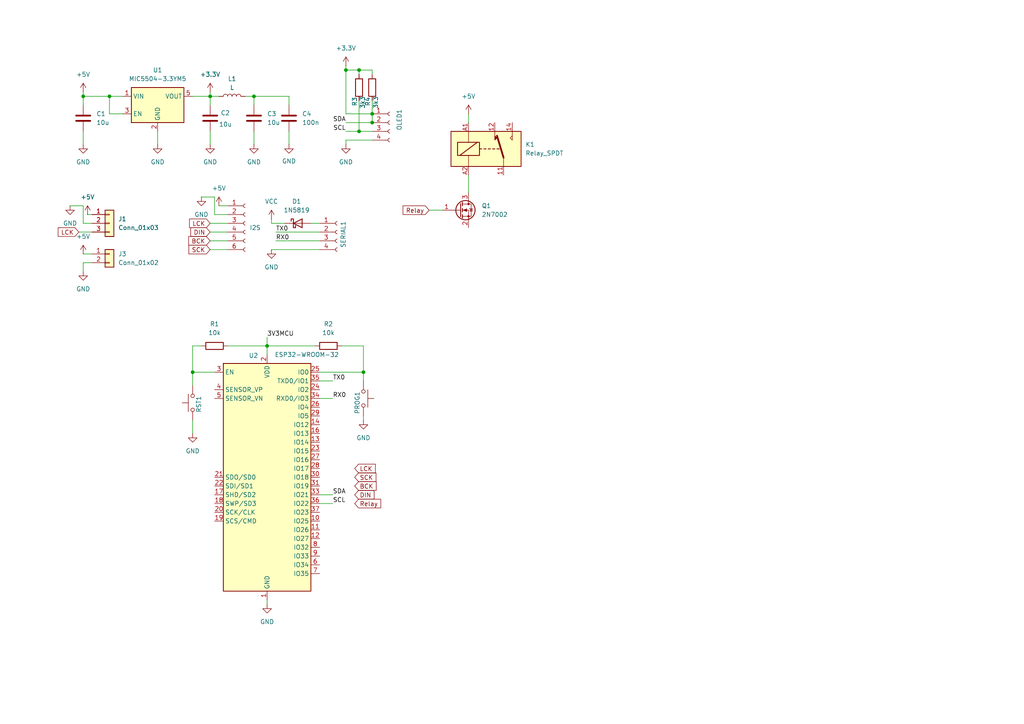
<source format=kicad_sch>
(kicad_sch (version 20231120) (generator "eeschema") (generator_version "8.0")
  (paper "A4")
  (lib_symbols
    (symbol "Connector:Conn_01x04_Socket" (pin_names (offset 1.016) hide)
      (property "Reference" "J" (at 0 5.08 0))
      (property "Value" "Conn_01x04_Socket" (at 0 -7.62 0))
      (symbol "Conn_01x04_Socket_1_1"
        (arc (start 0 -4.572) (mid -0.5058 -5.08) (end 0 -5.588) (stroke (width 0.1524)))
        (arc (start 0 -2.032) (mid -0.5058 -2.54) (end 0 -3.048) (stroke (width 0.1524)))
        (polyline (pts (xy -1.27 -5.08) (xy -0.508 -5.08)) (stroke (width 0.1524)))
        (polyline (pts (xy -1.27 -2.54) (xy -0.508 -2.54)) (stroke (width 0.1524)))
        (polyline (pts (xy -1.27 0) (xy -0.508 0)) (stroke (width 0.1524)))
        (polyline (pts (xy -1.27 2.54) (xy -0.508 2.54)) (stroke (width 0.1524)))
        (arc (start 0 0.508) (mid -0.5058 0) (end 0 -0.508) (stroke (width 0.1524)))
        (arc (start 0 3.048) (mid -0.5058 2.54) (end 0 2.032) (stroke (width 0.1524)))
        (pin passive line (at -5.08 2.54 0) (length 3.81) (name "Pin_1") (number "1"))
        (pin passive line (at -5.08 0 0) (length 3.81) (name "Pin_2") (number "2"))
        (pin passive line (at -5.08 -2.54 0) (length 3.81) (name "Pin_3") (number "3"))
        (pin passive line (at -5.08 -5.08 0) (length 3.81) (name "Pin_4") (number "4"))
      )
    )
    (symbol "Connector:Conn_01x06_Socket" (pin_names (offset 1.016) hide)
      (property "Reference" "J" (at 0 7.62 0))
      (property "Value" "Conn_01x06_Socket" (at 0 -10.16 0))
      (symbol "Conn_01x06_Socket_1_1"
        (arc (start 0 -7.112) (mid -0.5058 -7.62) (end 0 -8.128) (stroke (width 0.1524)))
        (arc (start 0 -4.572) (mid -0.5058 -5.08) (end 0 -5.588) (stroke (width 0.1524)))
        (arc (start 0 -2.032) (mid -0.5058 -2.54) (end 0 -3.048) (stroke (width 0.1524)))
        (polyline (pts (xy -1.27 -7.62) (xy -0.508 -7.62)) (stroke (width 0.1524)))
        (polyline (pts (xy -1.27 -5.08) (xy -0.508 -5.08)) (stroke (width 0.1524)))
        (polyline (pts (xy -1.27 -2.54) (xy -0.508 -2.54)) (stroke (width 0.1524)))
        (polyline (pts (xy -1.27 0) (xy -0.508 0)) (stroke (width 0.1524)))
        (polyline (pts (xy -1.27 2.54) (xy -0.508 2.54)) (stroke (width 0.1524)))
        (polyline (pts (xy -1.27 5.08) (xy -0.508 5.08)) (stroke (width 0.1524)))
        (arc (start 0 0.508) (mid -0.5058 0) (end 0 -0.508) (stroke (width 0.1524)))
        (arc (start 0 3.048) (mid -0.5058 2.54) (end 0 2.032) (stroke (width 0.1524)))
        (arc (start 0 5.588) (mid -0.5058 5.08) (end 0 4.572) (stroke (width 0.1524)))
        (pin passive line (at -5.08 5.08 0) (length 3.81) (name "Pin_1") (number "1"))
        (pin passive line (at -5.08 2.54 0) (length 3.81) (name "Pin_2") (number "2"))
        (pin passive line (at -5.08 0 0) (length 3.81) (name "Pin_3") (number "3"))
        (pin passive line (at -5.08 -2.54 0) (length 3.81) (name "Pin_4") (number "4"))
        (pin passive line (at -5.08 -5.08 0) (length 3.81) (name "Pin_5") (number "5"))
        (pin passive line (at -5.08 -7.62 0) (length 3.81) (name "Pin_6") (number "6"))
      )
    )
    (symbol "Connector_Generic:Conn_01x02" (pin_names (offset 1.016) hide)
      (property "Reference" "J" (at 0 2.54 0))
      (property "Value" "Conn_01x02" (at 0 -5.08 0))
      (symbol "Conn_01x02_1_1"
        (rectangle (start -1.27 -2.413) (end 0 -2.667) (stroke (width 0.1524)))
        (rectangle (start -1.27 0.127) (end 0 -0.127) (stroke (width 0.1524)))
        (rectangle (start -1.27 1.27) (end 1.27 -3.81) (stroke (width 0.254)) (fill (type background)))
        (pin passive line (at -5.08 0 0) (length 3.81) (name "Pin_1") (number "1"))
        (pin passive line (at -5.08 -2.54 0) (length 3.81) (name "Pin_2") (number "2"))
      )
    )
    (symbol "Connector_Generic:Conn_01x03" (pin_names (offset 1.016) hide)
      (property "Reference" "J" (at 0 5.08 0))
      (property "Value" "Conn_01x03" (at 0 -5.08 0))
      (symbol "Conn_01x03_1_1"
        (rectangle (start -1.27 -2.413) (end 0 -2.667) (stroke (width 0.1524)))
        (rectangle (start -1.27 0.127) (end 0 -0.127) (stroke (width 0.1524)))
        (rectangle (start -1.27 2.667) (end 0 2.413) (stroke (width 0.1524)))
        (rectangle (start -1.27 3.81) (end 1.27 -3.81) (stroke (width 0.254)) (fill (type background)))
        (pin passive line (at -5.08 2.54 0) (length 3.81) (name "Pin_1") (number "1"))
        (pin passive line (at -5.08 0 0) (length 3.81) (name "Pin_2") (number "2"))
        (pin passive line (at -5.08 -2.54 0) (length 3.81) (name "Pin_3") (number "3"))
      )
    )
    (symbol "Device:C" (pin_numbers hide) (pin_names (offset 0.254))
      (property "Reference" "C" (at 0.635 2.54 0))
      (property "Value" "C" (at 0.635 -2.54 0))
      (symbol "C_0_1"
        (polyline (pts (xy -2.032 -0.762) (xy 2.032 -0.762)) (stroke (width 0.508)))
        (polyline (pts (xy -2.032 0.762) (xy 2.032 0.762)) (stroke (width 0.508)))
      )
      (symbol "C_1_1"
        (pin passive line (at 0 3.81 270) (length 2.794) (name "~") (number "1"))
        (pin passive line (at 0 -3.81 90) (length 2.794) (name "~") (number "2"))
      )
    )
    (symbol "Device:L" (pin_numbers hide) (pin_names (offset 1.016) hide)
      (property "Reference" "L" (at -1.27 0 90))
      (property "Value" "L" (at 1.905 0 90))
      (symbol "L_0_1"
        (arc (start 0 -2.54) (mid 0.6323 -1.905) (end 0 -1.27))
        (arc (start 0 -1.27) (mid 0.6323 -0.635) (end 0 0))
        (arc (start 0 0) (mid 0.6323 0.635) (end 0 1.27))
        (arc (start 0 1.27) (mid 0.6323 1.905) (end 0 2.54))
      )
      (symbol "L_1_1"
        (pin passive line (at 0 3.81 270) (length 1.27) (name "1") (number "1"))
        (pin passive line (at 0 -3.81 90) (length 1.27) (name "2") (number "2"))
      )
    )
    (symbol "Device:R" (pin_numbers hide) (pin_names (offset 0))
      (property "Reference" "R" (at 2.032 0 90))
      (property "Value" "R" (at 0 0 90))
      (symbol "R_0_1"
        (rectangle (start -1.016 -2.54) (end 1.016 2.54) (stroke (width 0.254)))
      )
      (symbol "R_1_1"
        (pin passive line (at 0 3.81 270) (length 1.27) (name "~") (number "1"))
        (pin passive line (at 0 -3.81 90) (length 1.27) (name "~") (number "2"))
      )
    )
    (symbol "Diode:1N5819" (pin_numbers hide) (pin_names (offset 1.016) hide)
      (property "Reference" "D" (at 0 2.54 0))
      (property "Value" "1N5819" (at 0 -2.54 0))
      (symbol "1N5819_0_1"
        (polyline (pts (xy 1.27 0) (xy -1.27 0)))
        (polyline (pts (xy 1.27 1.27) (xy 1.27 -1.27) (xy -1.27 0) (xy 1.27 1.27)) (stroke (width 0.254)))
        (polyline (pts (xy -1.905 0.635) (xy -1.905 1.27) (xy -1.27 1.27) (xy -1.27 -1.27) (xy -0.635 -1.27) (xy -0.635 -0.635)) (stroke (width 0.254)))
      )
      (symbol "1N5819_1_1"
        (pin passive line (at -3.81 0 0) (length 2.54) (name "K") (number "1"))
        (pin passive line (at 3.81 0 180) (length 2.54) (name "A") (number "2"))
      )
    )
    (symbol "RF_Module:ESP32-WROOM-32"
      (property "Reference" "U" (at -12.7 34.29 0))
      (property "Value" "ESP32-WROOM-32" (at 1.27 34.29 0))
      (symbol "ESP32-WROOM-32_0_1"
        (rectangle (start -12.7 33.02) (end 12.7 -33.02) (stroke (width 0.254)) (fill (type background)))
      )
      (symbol "ESP32-WROOM-32_1_1"
        (pin power_in line (at 0 -35.56 90) (length 2.54) (name "GND") (number "1"))
        (pin bidirectional line (at 15.24 -12.7 180) (length 2.54) (name "IO25") (number "10"))
        (pin bidirectional line (at 15.24 -15.24 180) (length 2.54) (name "IO26") (number "11"))
        (pin bidirectional line (at 15.24 -17.78 180) (length 2.54) (name "IO27") (number "12"))
        (pin bidirectional line (at 15.24 10.16 180) (length 2.54) (name "IO14") (number "13"))
        (pin bidirectional line (at 15.24 15.24 180) (length 2.54) (name "IO12") (number "14"))
        (pin passive line (at 0 -35.56 90) (length 2.54) hide (name "GND") (number "15"))
        (pin bidirectional line (at 15.24 12.7 180) (length 2.54) (name "IO13") (number "16"))
        (pin bidirectional line (at -15.24 -5.08 0) (length 2.54) (name "SHD/SD2") (number "17"))
        (pin bidirectional line (at -15.24 -7.62 0) (length 2.54) (name "SWP/SD3") (number "18"))
        (pin bidirectional line (at -15.24 -12.7 0) (length 2.54) (name "SCS/CMD") (number "19"))
        (pin power_in line (at 0 35.56 270) (length 2.54) (name "VDD") (number "2"))
        (pin bidirectional line (at -15.24 -10.16 0) (length 2.54) (name "SCK/CLK") (number "20"))
        (pin bidirectional line (at -15.24 0 0) (length 2.54) (name "SDO/SD0") (number "21"))
        (pin bidirectional line (at -15.24 -2.54 0) (length 2.54) (name "SDI/SD1") (number "22"))
        (pin bidirectional line (at 15.24 7.62 180) (length 2.54) (name "IO15") (number "23"))
        (pin bidirectional line (at 15.24 25.4 180) (length 2.54) (name "IO2") (number "24"))
        (pin bidirectional line (at 15.24 30.48 180) (length 2.54) (name "IO0") (number "25"))
        (pin bidirectional line (at 15.24 20.32 180) (length 2.54) (name "IO4") (number "26"))
        (pin bidirectional line (at 15.24 5.08 180) (length 2.54) (name "IO16") (number "27"))
        (pin bidirectional line (at 15.24 2.54 180) (length 2.54) (name "IO17") (number "28"))
        (pin bidirectional line (at 15.24 17.78 180) (length 2.54) (name "IO5") (number "29"))
        (pin input line (at -15.24 30.48 0) (length 2.54) (name "EN") (number "3"))
        (pin bidirectional line (at 15.24 0 180) (length 2.54) (name "IO18") (number "30"))
        (pin bidirectional line (at 15.24 -2.54 180) (length 2.54) (name "IO19") (number "31"))
        (pin no_connect line (at -12.7 -27.94 0) (length 2.54) hide (name "NC") (number "32"))
        (pin bidirectional line (at 15.24 -5.08 180) (length 2.54) (name "IO21") (number "33"))
        (pin bidirectional line (at 15.24 22.86 180) (length 2.54) (name "RXD0/IO3") (number "34"))
        (pin bidirectional line (at 15.24 27.94 180) (length 2.54) (name "TXD0/IO1") (number "35"))
        (pin bidirectional line (at 15.24 -7.62 180) (length 2.54) (name "IO22") (number "36"))
        (pin bidirectional line (at 15.24 -10.16 180) (length 2.54) (name "IO23") (number "37"))
        (pin passive line (at 0 -35.56 90) (length 2.54) hide (name "GND") (number "38"))
        (pin passive line (at 0 -35.56 90) (length 2.54) hide (name "GND") (number "39"))
        (pin input line (at -15.24 25.4 0) (length 2.54) (name "SENSOR_VP") (number "4"))
        (pin input line (at -15.24 22.86 0) (length 2.54) (name "SENSOR_VN") (number "5"))
        (pin input line (at 15.24 -25.4 180) (length 2.54) (name "IO34") (number "6"))
        (pin input line (at 15.24 -27.94 180) (length 2.54) (name "IO35") (number "7"))
        (pin bidirectional line (at 15.24 -20.32 180) (length 2.54) (name "IO32") (number "8"))
        (pin bidirectional line (at 15.24 -22.86 180) (length 2.54) (name "IO33") (number "9"))
      )
    )
    (symbol "Regulator_Linear:MIC5504-3.3YM5"
      (property "Reference" "U" (at -7.62 8.89 0))
      (property "Value" "MIC5504-3.3YM5" (at -7.62 6.35 0))
      (symbol "MIC5504-3.3YM5_0_1"
        (rectangle (start -7.62 -5.08) (end 7.62 5.08) (stroke (width 0.254)) (fill (type background)))
      )
      (symbol "MIC5504-3.3YM5_1_1"
        (pin power_in line (at -10.16 2.54 0) (length 2.54) (name "VIN") (number "1"))
        (pin power_in line (at 0 -7.62 90) (length 2.54) (name "GND") (number "2"))
        (pin input line (at -10.16 -2.54 0) (length 2.54) (name "EN") (number "3"))
        (pin no_connect line (at 7.62 -2.54 180) (length 2.54) hide (name "NC") (number "4"))
        (pin power_out line (at 10.16 2.54 180) (length 2.54) (name "VOUT") (number "5"))
      )
    )
    (symbol "Relay:Relay_SPDT"
      (property "Reference" "K" (at 11.43 3.81 0))
      (property "Value" "Relay_SPDT" (at 11.43 1.27 0))
      (symbol "Relay_SPDT_0_0"
        (polyline (pts (xy 7.62 5.08) (xy 7.62 2.54) (xy 6.985 3.175) (xy 7.62 3.81)))
      )
      (symbol "Relay_SPDT_0_1"
        (rectangle (start -10.16 5.08) (end 10.16 -5.08) (stroke (width 0.254)) (fill (type background)))
        (rectangle (start -8.255 1.905) (end -1.905 -1.905) (stroke (width 0.254)))
        (polyline (pts (xy -7.62 -1.905) (xy -2.54 1.905)) (stroke (width 0.254)))
        (polyline (pts (xy -5.08 -5.08) (xy -5.08 -1.905)))
        (polyline (pts (xy -5.08 5.08) (xy -5.08 1.905)))
        (polyline (pts (xy -1.905 0) (xy -1.27 0)) (stroke (width 0.254)))
        (polyline (pts (xy -0.635 0) (xy 0 0)) (stroke (width 0.254)))
        (polyline (pts (xy 0.635 0) (xy 1.27 0)) (stroke (width 0.254)))
        (polyline (pts (xy 1.905 0) (xy 2.54 0)) (stroke (width 0.254)))
        (polyline (pts (xy 3.175 0) (xy 3.81 0)) (stroke (width 0.254)))
        (polyline (pts (xy 5.08 -2.54) (xy 3.175 3.81)) (stroke (width 0.508)))
        (polyline (pts (xy 5.08 -2.54) (xy 5.08 -5.08)))
        (polyline (pts (xy 2.54 5.08) (xy 2.54 2.54) (xy 3.175 3.175) (xy 2.54 3.81)) (fill (type outline)))
      )
      (symbol "Relay_SPDT_1_1"
        (pin passive line (at 5.08 -7.62 90) (length 2.54) (name "~") (number "11"))
        (pin passive line (at 2.54 7.62 270) (length 2.54) (name "~") (number "12"))
        (pin passive line (at 7.62 7.62 270) (length 2.54) (name "~") (number "14"))
        (pin passive line (at -5.08 7.62 270) (length 2.54) (name "~") (number "A1"))
        (pin passive line (at -5.08 -7.62 90) (length 2.54) (name "~") (number "A2"))
      )
    )
    (symbol "Switch:SW_Push" (pin_numbers hide) (pin_names (offset 1.016) hide)
      (property "Reference" "SW" (at 1.27 2.54 0))
      (property "Value" "SW_Push" (at 0 -1.524 0))
      (symbol "SW_Push_0_1"
        (circle (center -2.032 0) (radius 0.508))
        (polyline (pts (xy 0 1.27) (xy 0 3.048)))
        (polyline (pts (xy 2.54 1.27) (xy -2.54 1.27)))
        (circle (center 2.032 0) (radius 0.508))
        (pin passive line (at -5.08 0 0) (length 2.54) (name "1") (number "1"))
        (pin passive line (at 5.08 0 180) (length 2.54) (name "2") (number "2"))
      )
    )
    (symbol "Transistor_FET:2N7002" (pin_names hide)
      (property "Reference" "Q" (at 5.08 1.905 0))
      (property "Value" "2N7002" (at 5.08 0 0))
      (symbol "2N7002_0_1"
        (polyline (pts (xy 0.254 0) (xy -2.54 0)))
        (polyline (pts (xy 0.254 1.905) (xy 0.254 -1.905)) (stroke (width 0.254)))
        (polyline (pts (xy 0.762 -1.27) (xy 0.762 -2.286)) (stroke (width 0.254)))
        (polyline (pts (xy 0.762 0.508) (xy 0.762 -0.508)) (stroke (width 0.254)))
        (polyline (pts (xy 0.762 2.286) (xy 0.762 1.27)) (stroke (width 0.254)))
        (polyline (pts (xy 2.54 2.54) (xy 2.54 1.778)))
        (polyline (pts (xy 2.54 -2.54) (xy 2.54 0) (xy 0.762 0)))
        (polyline (pts (xy 0.762 -1.778) (xy 3.302 -1.778) (xy 3.302 1.778) (xy 0.762 1.778)))
        (polyline (pts (xy 1.016 0) (xy 2.032 0.381) (xy 2.032 -0.381) (xy 1.016 0)) (fill (type outline)))
        (polyline (pts (xy 2.794 0.508) (xy 2.921 0.381) (xy 3.683 0.381) (xy 3.81 0.254)))
        (polyline (pts (xy 3.302 0.381) (xy 2.921 -0.254) (xy 3.683 -0.254) (xy 3.302 0.381)))
        (circle (center 1.651 0) (radius 2.794) (stroke (width 0.254)))
        (circle (center 2.54 -1.778) (radius 0.254) (fill (type outline)))
        (circle (center 2.54 1.778) (radius 0.254) (fill (type outline)))
      )
      (symbol "2N7002_1_1"
        (pin input line (at -5.08 0 0) (length 2.54) (name "G") (number "1"))
        (pin passive line (at 2.54 -5.08 90) (length 2.54) (name "S") (number "2"))
        (pin passive line (at 2.54 5.08 270) (length 2.54) (name "D") (number "3"))
      )
    )
    (symbol "power:+3.3V" (power) (pin_numbers hide) (pin_names (offset 0) hide)
      (property "Value" "+3.3V" (at 0 3.556 0))
      (symbol "+3.3V_0_1"
        (polyline (pts (xy -0.762 1.27) (xy 0 2.54)))
        (polyline (pts (xy 0 0) (xy 0 2.54)))
        (polyline (pts (xy 0 2.54) (xy 0.762 1.27)))
      )
      (symbol "+3.3V_1_1"
        (pin power_in line (at 0 0 90) (length 0) (name "~") (number "1"))
      )
    )
    (symbol "power:+5V" (power) (pin_numbers hide) (pin_names (offset 0) hide)
      (property "Value" "+5V" (at 0 3.556 0))
      (symbol "+5V_0_1"
        (polyline (pts (xy -0.762 1.27) (xy 0 2.54)))
        (polyline (pts (xy 0 0) (xy 0 2.54)))
        (polyline (pts (xy 0 2.54) (xy 0.762 1.27)))
      )
      (symbol "+5V_1_1"
        (pin power_in line (at 0 0 90) (length 0) (name "~") (number "1"))
      )
    )
    (symbol "power:GND" (power) (pin_numbers hide) (pin_names (offset 0) hide)
      (property "Value" "GND" (at 0 -3.81 0))
      (symbol "GND_0_1"
        (polyline (pts (xy 0 0) (xy 0 -1.27) (xy 1.27 -1.27) (xy 0 -2.54) (xy -1.27 -1.27) (xy 0 -1.27)))
      )
      (symbol "GND_1_1"
        (pin power_in line (at 0 0 270) (length 0) (name "~") (number "1"))
      )
    )
    (symbol "power:VCC" (power) (pin_numbers hide) (pin_names (offset 0) hide)
      (property "Value" "VCC" (at 0 3.556 0))
      (symbol "VCC_0_1"
        (polyline (pts (xy -0.762 1.27) (xy 0 2.54)))
        (polyline (pts (xy 0 0) (xy 0 2.54)))
        (polyline (pts (xy 0 2.54) (xy 0.762 1.27)))
      )
      (symbol "VCC_1_1"
        (pin power_in line (at 0 0 90) (length 0) (name "~") (number "1"))
      )
    )
  )
  (junction (at 77.47 100.33))
  (junction (at 107.95 33.02))
  (junction (at 31.75 27.94))
  (junction (at 104.14 38.1))
  (junction (at 100.33 20.32))
  (junction (at 107.95 35.56))
  (junction (at 60.96 27.94))
  (junction (at 104.14 20.32))
  (junction (at 105.41 107.95))
  (junction (at 55.88 107.95))
  (junction (at 73.66 27.94))
  (junction (at 24.13 27.94))
  (wire (pts (xy 60.96 69.85) (xy 66.04 69.85)))
  (wire (pts (xy 24.13 59.69) (xy 24.13 64.77)))
  (wire (pts (xy 55.88 107.95) (xy 55.88 111.76)))
  (wire (pts (xy 83.82 30.48) (xy 83.82 27.94)))
  (wire (pts (xy 107.95 20.32) (xy 104.14 20.32)))
  (wire (pts (xy 104.14 20.32) (xy 100.33 20.32)))
  (wire (pts (xy 90.17 64.77) (xy 92.71 64.77)))
  (wire (pts (xy 24.13 64.77) (xy 26.67 64.77)))
  (wire (pts (xy 105.41 100.33) (xy 105.41 107.95)))
  (wire (pts (xy 31.75 33.02) (xy 35.56 33.02)))
  (wire (pts (xy 107.95 29.21) (xy 107.95 33.02)))
  (wire (pts (xy 77.47 100.33) (xy 91.44 100.33)))
  (wire (pts (xy 78.74 64.77) (xy 82.55 64.77)))
  (wire (pts (xy 25.4 62.23) (xy 26.67 62.23)))
  (wire (pts (xy 104.14 21.59) (xy 104.14 20.32)))
  (wire (pts (xy 60.96 27.94) (xy 63.5 27.94)))
  (wire (pts (xy 100.33 40.64) (xy 107.95 40.64)))
  (wire (pts (xy 20.32 59.69) (xy 24.13 59.69)))
  (wire (pts (xy 55.88 27.94) (xy 60.96 27.94)))
  (wire (pts (xy 107.95 33.02) (xy 107.95 35.56)))
  (wire (pts (xy 60.96 72.39) (xy 66.04 72.39)))
  (wire (pts (xy 83.82 38.1) (xy 83.82 41.91)))
  (wire (pts (xy 62.23 62.23) (xy 66.04 62.23)))
  (wire (pts (xy 80.01 67.31) (xy 92.71 67.31)))
  (wire (pts (xy 99.06 100.33) (xy 105.41 100.33)))
  (wire (pts (xy 55.88 107.95) (xy 62.23 107.95)))
  (wire (pts (xy 100.33 35.56) (xy 107.95 35.56)))
  (wire (pts (xy 104.14 38.1) (xy 107.95 38.1)))
  (wire (pts (xy 92.71 146.05) (xy 96.52 146.05)))
  (wire (pts (xy 60.96 26.67) (xy 60.96 27.94)))
  (wire (pts (xy 24.13 76.2) (xy 26.67 76.2)))
  (wire (pts (xy 105.41 107.95) (xy 105.41 110.49)))
  (wire (pts (xy 60.96 27.94) (xy 60.96 30.48)))
  (wire (pts (xy 92.71 115.57) (xy 96.52 115.57)))
  (wire (pts (xy 31.75 27.94) (xy 31.75 33.02)))
  (wire (pts (xy 124.46 60.96) (xy 128.27 60.96)))
  (wire (pts (xy 63.5 59.69) (xy 66.04 59.69)))
  (wire (pts (xy 92.71 143.51) (xy 96.52 143.51)))
  (wire (pts (xy 100.33 20.32) (xy 100.33 33.02)))
  (wire (pts (xy 100.33 19.05) (xy 100.33 20.32)))
  (wire (pts (xy 77.47 100.33) (xy 77.47 102.87)))
  (wire (pts (xy 77.47 173.99) (xy 77.47 175.26)))
  (wire (pts (xy 100.33 38.1) (xy 104.14 38.1)))
  (wire (pts (xy 107.95 21.59) (xy 107.95 20.32)))
  (wire (pts (xy 58.42 57.15) (xy 62.23 57.15)))
  (wire (pts (xy 24.13 73.66) (xy 26.67 73.66)))
  (wire (pts (xy 66.04 100.33) (xy 77.47 100.33)))
  (wire (pts (xy 24.13 27.94) (xy 31.75 27.94)))
  (wire (pts (xy 60.96 38.1) (xy 60.96 41.91)))
  (wire (pts (xy 104.14 29.21) (xy 104.14 38.1)))
  (wire (pts (xy 55.88 100.33) (xy 55.88 107.95)))
  (wire (pts (xy 100.33 33.02) (xy 107.95 33.02)))
  (wire (pts (xy 92.71 107.95) (xy 105.41 107.95)))
  (wire (pts (xy 24.13 78.74) (xy 24.13 76.2)))
  (wire (pts (xy 58.42 100.33) (xy 55.88 100.33)))
  (wire (pts (xy 31.75 27.94) (xy 35.56 27.94)))
  (wire (pts (xy 60.96 64.77) (xy 66.04 64.77)))
  (wire (pts (xy 92.71 110.49) (xy 96.52 110.49)))
  (wire (pts (xy 80.01 69.85) (xy 92.71 69.85)))
  (wire (pts (xy 24.13 26.67) (xy 24.13 27.94)))
  (wire (pts (xy 62.23 57.15) (xy 62.23 62.23)))
  (wire (pts (xy 45.72 38.1) (xy 45.72 41.91)))
  (wire (pts (xy 24.13 27.94) (xy 24.13 30.48)))
  (wire (pts (xy 135.89 50.8) (xy 135.89 55.88)))
  (wire (pts (xy 78.74 63.5) (xy 78.74 64.77)))
  (wire (pts (xy 55.88 121.92) (xy 55.88 125.73)))
  (wire (pts (xy 77.47 97.79) (xy 77.47 100.33)))
  (wire (pts (xy 135.89 33.02) (xy 135.89 35.56)))
  (wire (pts (xy 60.96 67.31) (xy 66.04 67.31)))
  (wire (pts (xy 24.13 38.1) (xy 24.13 41.91)))
  (wire (pts (xy 73.66 38.1) (xy 73.66 41.91)))
  (wire (pts (xy 73.66 30.48) (xy 73.66 27.94)))
  (wire (pts (xy 78.74 72.39) (xy 92.71 72.39)))
  (wire (pts (xy 83.82 27.94) (xy 73.66 27.94)))
  (wire (pts (xy 100.33 41.91) (xy 100.33 40.64)))
  (wire (pts (xy 73.66 27.94) (xy 71.12 27.94)))
  (wire (pts (xy 22.86 67.31) (xy 26.67 67.31)))
  (wire (pts (xy 105.41 120.65) (xy 105.41 121.92)))
  (label "TX0" (at 96.52 110.49 0))
  (label "SDA" (at 100.33 35.56 180))
  (label "SDA" (at 96.52 143.51 0))
  (label "RX0" (at 80.01 69.85 0))
  (label "SCL" (at 100.33 38.1 180))
  (label "SCL" (at 96.52 146.05 0))
  (label "RX0" (at 96.52 115.57 0))
  (label "3V3MCU" (at 77.47 97.79 0))
  (label "TX0" (at 80.01 67.31 0))
  (global_label "Relay" (shape input) (at 102.87 146.05 0) (property "Intersheetrefs" "${INTERSHEET_REFS}" (effects (hide yes))))
  (global_label "DIN" (shape input) (at 60.96 67.31 180) (property "Intersheetrefs" "${INTERSHEET_REFS}" (effects (hide yes))))
  (global_label "DIN" (shape input) (at 102.87 143.51 0) (property "Intersheetrefs" "${INTERSHEET_REFS}" (effects (hide yes))))
  (global_label "BCK" (shape input) (at 102.87 140.97 0) (property "Intersheetrefs" "${INTERSHEET_REFS}" (effects (hide yes))))
  (global_label "SCK" (shape input) (at 102.87 138.43 0) (property "Intersheetrefs" "${INTERSHEET_REFS}" (effects (hide yes))))
  (global_label "LCK" (shape input) (at 60.96 64.77 180) (property "Intersheetrefs" "${INTERSHEET_REFS}" (effects (hide yes))))
  (global_label "LCK" (shape input) (at 102.87 135.89 0) (property "Intersheetrefs" "${INTERSHEET_REFS}" (effects (hide yes))))
  (global_label "Relay" (shape input) (at 124.46 60.96 180) (property "Intersheetrefs" "${INTERSHEET_REFS}" (effects (hide yes))))
  (global_label "SCK" (shape input) (at 60.96 72.39 180) (property "Intersheetrefs" "${INTERSHEET_REFS}" (effects (hide yes))))
  (global_label "LCK" (shape input) (at 22.86 67.31 180) (property "Intersheetrefs" "${INTERSHEET_REFS}" (effects (hide yes))))
  (global_label "BCK" (shape input) (at 60.96 69.85 180) (property "Intersheetrefs" "${INTERSHEET_REFS}" (effects (hide yes))))
  (symbol (lib_id "power:+5V") (at 135.89 33.02 0) (unit 1)
    (property "Reference" "#PWR019" (effects (hide yes)))
    (property "Value" "+5V" (at 135.89 27.94 0))
    (property "Description" "Power symbol creates a global label with name \"+5V\"" (effects (hide yes)))
  )
  (symbol (lib_id "Relay:Relay_SPDT") (at 140.97 43.18 0) (unit 1)
    (property "Reference" "K1" (at 152.4 41.9099 0) (effects (justify left)))
    (property "Value" "Relay_SPDT" (at 152.4 44.4499 0) (effects (justify left)))
    (property "Footprint" "Relay_THT:Relay_SPDT_Finder_36.11" (effects (hide yes)))
    (property "Description" "Relay SPDT, monostable, EN50005" (effects (hide yes)))
  )
  (symbol (lib_id "Switch:SW_Push") (at 55.88 116.84 90) (unit 1)
    (property "Reference" "RST1" (at 57.658 114.808 0) (effects (justify right)))
    (property "Value" "SW_Push" (effects (hide yes)))
    (property "Description" "Push button switch, generic, two pins" (effects (hide yes)))
  )
  (symbol (lib_id "Device:C") (at 60.96 34.29 0) (unit 1)
    (property "Reference" "C2" (at 64.008 32.766 0) (effects (justify left)))
    (property "Value" "10u" (at 63.5 36.068 0) (effects (justify left)))
    (property "Description" "Unpolarized capacitor" (effects (hide yes)))
  )
  (symbol (lib_id "power:GND") (at 60.96 41.91 0) (unit 1)
    (property "Reference" "#PWR05" (effects (hide yes)))
    (property "Value" "GND" (at 60.96 46.99 0))
    (property "Description" "Power symbol creates a global label with name \"GND\" , ground" (effects (hide yes)))
  )
  (symbol (lib_id "RF_Module:ESP32-WROOM-32") (at 77.47 138.43 0) (unit 1)
    (property "Reference" "U2" (at 72.136 103.124 0) (effects (justify left)))
    (property "Value" "ESP32-WROOM-32" (at 79.6641 102.87 0) (effects (justify left)))
    (property "Footprint" "RF_Module:ESP32-WROOM-32" (effects (hide yes)))
    (property "Datasheet" "https://www.espressif.com/sites/default/files/documentation/esp32-wroom-32_datasheet_en.pdf" (effects (hide yes)))
    (property "Description" "RF Module, ESP32-D0WDQ6 SoC, Wi-Fi 802.11b/g/n, Bluetooth, BLE, 32-bit, 2.7-3.6V, onboard antenna, SMD" (effects (hide yes)))
  )
  (symbol (lib_id "Connector:Conn_01x06_Socket") (at 71.12 64.77 0) (unit 1)
    (property "Reference" "I2S" (at 72.39 66.0399 0) (effects (justify left)))
    (property "Value" "Conn_01x06_Socket" (effects (hide yes)))
    (property "Footprint" "Connector_PinHeader_2.54mm:PinHeader_1x06_P2.54mm_Vertical" (effects (hide yes)))
    (property "Description" "Generic connector, single row, 01x06, script generated" (effects (hide yes)))
  )
  (symbol (lib_id "power:+5V") (at 25.4 62.23 0) (unit 1)
    (property "Reference" "#PWR018" (effects (hide yes)))
    (property "Value" "+5V" (at 25.4 57.15 0))
    (property "Description" "Power symbol creates a global label with name \"+5V\"" (effects (hide yes)))
  )
  (symbol (lib_id "power:GND") (at 55.88 125.73 0) (unit 1)
    (property "Reference" "#PWR08" (effects (hide yes)))
    (property "Value" "GND" (at 55.88 130.81 0))
    (property "Description" "Power symbol creates a global label with name \"GND\" , ground" (effects (hide yes)))
  )
  (symbol (lib_id "power:GND") (at 24.13 41.91 0) (unit 1)
    (property "Reference" "#PWR01" (effects (hide yes)))
    (property "Value" "GND" (at 24.13 46.99 0))
    (property "Description" "Power symbol creates a global label with name \"GND\" , ground" (effects (hide yes)))
  )
  (symbol (lib_id "power:GND") (at 78.74 72.39 0) (unit 1)
    (property "Reference" "#PWR012" (effects (hide yes)))
    (property "Value" "GND" (at 78.74 77.47 0))
    (property "Description" "Power symbol creates a global label with name \"GND\" , ground" (effects (hide yes)))
  )
  (symbol (lib_id "Switch:SW_Push") (at 105.41 115.57 270) (mirror x) (unit 1)
    (property "Reference" "PROG1" (at 103.632 113.538 0) (effects (justify right)))
    (property "Value" "SW_Push" (effects (hide yes)))
    (property "Description" "Push button switch, generic, two pins" (effects (hide yes)))
  )
  (symbol (lib_id "power:+5V") (at 24.13 26.67 0) (unit 1)
    (property "Reference" "#PWR02" (effects (hide yes)))
    (property "Value" "+5V" (at 24.13 21.59 0))
    (property "Description" "Power symbol creates a global label with name \"+5V\"" (effects (hide yes)))
  )
  (symbol (lib_id "power:GND") (at 20.32 59.69 0) (unit 1)
    (property "Reference" "#PWR017" (effects (hide yes)))
    (property "Value" "GND" (at 20.32 64.77 0))
    (property "Description" "Power symbol creates a global label with name \"GND\" , ground" (effects (hide yes)))
  )
  (symbol (lib_id "Device:C") (at 73.66 34.29 0) (unit 1)
    (property "Reference" "C3" (at 77.47 33.0199 0) (effects (justify left)))
    (property "Value" "10u" (at 77.47 35.5599 0) (effects (justify left)))
    (property "Description" "Unpolarized capacitor" (effects (hide yes)))
  )
  (symbol (lib_id "Device:R") (at 107.95 25.4 180) (unit 1)
    (property "Reference" "R4" (at 106.68 29.464 90))
    (property "Value" "3k3" (at 108.966 29.718 90))
    (property "Description" "Resistor" (effects (hide yes)))
  )
  (symbol (lib_id "Connector_Generic:Conn_01x02") (at 31.75 73.66 0) (unit 1)
    (property "Reference" "J3" (at 34.29 73.6599 0) (effects (justify left)))
    (property "Value" "Conn_01x02" (at 34.29 76.1999 0) (effects (justify left)))
    (property "Description" "Generic connector, single row, 01x02, script generated (kicad-library-utils/schlib/autogen/connector/)" (effects (hide yes)))
  )
  (symbol (lib_id "power:GND") (at 73.66 41.91 0) (unit 1)
    (property "Reference" "#PWR06" (effects (hide yes)))
    (property "Value" "GND" (at 73.66 46.99 0))
    (property "Description" "Power symbol creates a global label with name \"GND\" , ground" (effects (hide yes)))
  )
  (symbol (lib_id "Device:R") (at 62.23 100.33 90) (unit 1)
    (property "Reference" "R1" (at 62.23 93.98 90))
    (property "Value" "10k" (at 62.23 96.52 90))
    (property "Description" "Resistor" (effects (hide yes)))
  )
  (symbol (lib_id "power:+5V") (at 63.5 59.69 0) (unit 1)
    (property "Reference" "#PWR015" (effects (hide yes)))
    (property "Value" "+5V" (at 63.5 54.61 0))
    (property "Description" "Power symbol creates a global label with name \"+5V\"" (effects (hide yes)))
  )
  (symbol (lib_id "power:GND") (at 105.41 121.92 0) (unit 1)
    (property "Reference" "#PWR010" (effects (hide yes)))
    (property "Value" "GND" (at 105.41 127 0))
    (property "Description" "Power symbol creates a global label with name \"GND\" , ground" (effects (hide yes)))
  )
  (symbol (lib_id "Diode:1N5819") (at 86.36 64.77 0) (unit 1)
    (property "Reference" "D1" (at 86.0425 58.42 0))
    (property "Value" "1N5819" (at 86.0425 60.96 0))
    (property "Footprint" "Diode_THT:D_DO-41_SOD81_P10.16mm_Horizontal" (effects (hide yes)))
    (property "Datasheet" "http://www.vishay.com/docs/88525/1n5817.pdf" (effects (hide yes)))
    (property "Description" "40V 1A Schottky Barrier Rectifier Diode, DO-41" (effects (hide yes)))
  )
  (symbol (lib_id "Device:L") (at 67.31 27.94 90) (unit 1)
    (property "Reference" "L1" (at 67.31 22.86 90))
    (property "Value" "L" (at 67.31 25.4 90))
    (property "Footprint" "Inductor_SMD:L_0805_2012Metric" (effects (hide yes)))
    (property "Description" "Inductor" (effects (hide yes)))
  )
  (symbol (lib_id "power:+5V") (at 24.13 73.66 0) (unit 1)
    (property "Reference" "#PWR021" (effects (hide yes)))
    (property "Value" "+5V" (at 24.13 68.58 0))
    (property "Description" "Power symbol creates a global label with name \"+5V\"" (effects (hide yes)))
  )
  (symbol (lib_id "power:+3.3V") (at 60.96 26.67 0) (unit 1)
    (property "Reference" "#PWR04" (effects (hide yes)))
    (property "Value" "+3.3V" (at 60.96 21.59 0))
    (property "Description" "Power symbol creates a global label with name \"+3.3V\"" (effects (hide yes)))
  )
  (symbol (lib_id "power:GND") (at 24.13 78.74 0) (unit 1)
    (property "Reference" "#PWR020" (effects (hide yes)))
    (property "Value" "GND" (at 24.13 83.82 0))
    (property "Description" "Power symbol creates a global label with name \"GND\" , ground" (effects (hide yes)))
  )
  (symbol (lib_id "Device:C") (at 83.82 34.29 0) (unit 1)
    (property "Reference" "C4" (at 87.63 33.0199 0) (effects (justify left)))
    (property "Value" "100n" (at 87.63 35.5599 0) (effects (justify left)))
    (property "Description" "Unpolarized capacitor" (effects (hide yes)))
  )
  (symbol (lib_id "power:VCC") (at 78.74 63.5 0) (unit 1)
    (property "Reference" "#PWR011" (effects (hide yes)))
    (property "Value" "VCC" (at 78.74 58.42 0))
    (property "Description" "Power symbol creates a global label with name \"VCC\"" (effects (hide yes)))
  )
  (symbol (lib_id "Transistor_FET:2N7002") (at 133.35 60.96 0) (unit 1)
    (property "Reference" "Q1" (at 139.7 59.6899 0) (effects (justify left)))
    (property "Value" "2N7002" (at 139.7 62.2299 0) (effects (justify left)))
    (property "Footprint" "Package_TO_SOT_SMD:SOT-23" (effects (hide yes)))
    (property "Datasheet" "https://www.onsemi.com/pub/Collateral/NDS7002A-D.PDF" (effects (hide yes)))
    (property "Description" "0.115A Id, 60V Vds, N-Channel MOSFET, SOT-23" (effects (hide yes)))
  )
  (symbol (lib_id "power:+3.3V") (at 100.33 19.05 0) (unit 1)
    (property "Reference" "#PWR013" (effects (hide yes)))
    (property "Value" "+3.3V" (at 100.33 13.97 0))
    (property "Description" "Power symbol creates a global label with name \"+3.3V\"" (effects (hide yes)))
  )
  (symbol (lib_id "Connector_Generic:Conn_01x03") (at 31.75 64.77 0) (unit 1)
    (property "Reference" "J1" (at 34.29 63.4999 0) (effects (justify left)))
    (property "Value" "Conn_01x03" (at 34.29 66.0399 0) (effects (justify left)))
    (property "Footprint" "Connector_PinHeader_2.54mm:PinHeader_1x03_P2.54mm_Vertical" (effects (hide yes)))
    (property "Description" "Generic connector, single row, 01x03, script generated (kicad-library-utils/schlib/autogen/connector/)" (effects (hide yes)))
  )
  (symbol (lib_id "power:GND") (at 100.33 41.91 0) (unit 1)
    (property "Reference" "#PWR014" (effects (hide yes)))
    (property "Value" "GND" (at 100.33 46.99 0))
    (property "Description" "Power symbol creates a global label with name \"GND\" , ground" (effects (hide yes)))
  )
  (symbol (lib_id "power:GND") (at 58.42 57.15 0) (unit 1)
    (property "Reference" "#PWR016" (effects (hide yes)))
    (property "Value" "GND" (at 58.42 62.23 0))
    (property "Description" "Power symbol creates a global label with name \"GND\" , ground" (effects (hide yes)))
  )
  (symbol (lib_id "Regulator_Linear:MIC5504-3.3YM5") (at 45.72 30.48 0) (unit 1)
    (property "Reference" "U1" (at 45.72 20.32 0))
    (property "Value" "MIC5504-3.3YM5" (at 45.72 22.86 0))
    (property "Footprint" "Package_TO_SOT_SMD:SOT-23-5" (effects (hide yes)))
    (property "Datasheet" "http://ww1.microchip.com/downloads/en/DeviceDoc/MIC550X.pdf" (effects (hide yes)))
    (property "Description" "300mA Low-dropout Voltage Regulator, Vout 3.3V, Vin up to 5.5V, SOT-23" (effects (hide yes)))
  )
  (symbol (lib_id "Connector:Conn_01x04_Socket") (at 97.79 67.31 0) (unit 1)
    (property "Reference" "SERIAL1" (at 99.568 71.882 90) (effects (justify left)))
    (property "Value" "Conn_01x04_Socket" (effects (hide yes)))
    (property "Footprint" "Connector_Molex:Molex_PicoBlade_53047-0410_1x04_P1.25mm_Vertical" (effects (hide yes)))
    (property "Description" "Generic connector, single row, 01x04, script generated" (effects (hide yes)))
  )
  (symbol (lib_id "Device:R") (at 104.14 25.4 180) (unit 1)
    (property "Reference" "R3" (at 102.87 29.464 90))
    (property "Value" "3k3" (at 105.156 29.718 90))
    (property "Description" "Resistor" (effects (hide yes)))
  )
  (symbol (lib_id "Device:C") (at 24.13 34.29 0) (unit 1)
    (property "Reference" "C1" (at 27.94 33.0199 0) (effects (justify left)))
    (property "Value" "10u" (at 27.94 35.5599 0) (effects (justify left)))
    (property "Description" "Unpolarized capacitor" (effects (hide yes)))
  )
  (symbol (lib_id "power:GND") (at 45.72 41.91 0) (unit 1)
    (property "Reference" "#PWR03" (effects (hide yes)))
    (property "Value" "GND" (at 45.72 46.99 0))
    (property "Description" "Power symbol creates a global label with name \"GND\" , ground" (effects (hide yes)))
  )
  (symbol (lib_id "Device:R") (at 95.25 100.33 90) (unit 1)
    (property "Reference" "R2" (at 95.25 93.98 90))
    (property "Value" "10k" (at 95.25 96.52 90))
    (property "Description" "Resistor" (effects (hide yes)))
  )
  (symbol (lib_id "power:GND") (at 77.47 175.26 0) (unit 1)
    (property "Reference" "#PWR09" (effects (hide yes)))
    (property "Value" "GND" (at 77.47 180.34 0))
    (property "Description" "Power symbol creates a global label with name \"GND\" , ground" (effects (hide yes)))
  )
  (symbol (lib_id "power:GND") (at 83.82 41.91 0) (unit 1)
    (property "Reference" "#PWR07" (effects (hide yes)))
    (property "Value" "GND" (at 83.82 46.736 0))
    (property "Description" "Power symbol creates a global label with name \"GND\" , ground" (effects (hide yes)))
  )
  (symbol (lib_id "Connector:Conn_01x04_Socket") (at 113.03 35.56 0) (unit 1)
    (property "Reference" "OLED1" (at 115.824 37.846 90) (effects (justify left)))
    (property "Value" "Conn_01x04_Socket" (effects (hide yes)))
    (property "Footprint" "Connector_Hirose:Hirose_DF13C_CL535-0404-8-51_1x04-1MP_P1.25mm_Vertical" (effects (hide yes)))
    (property "Description" "Generic connector, single row, 01x04, script generated" (effects (hide yes)))
  )
)
</source>
